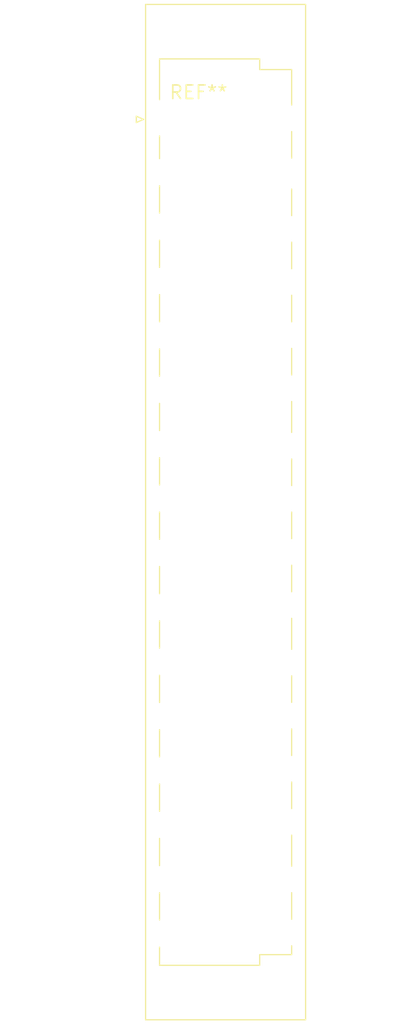
<source format=kicad_pcb>
(kicad_pcb (version 20240108) (generator pcbnew)
  (layers (0 "F.Cu" signal) (31 "B.Cu" signal) (34 "B.Paste" user) (35 "F.Paste" user) (36 "B.SilkS" user "B.Silkscreen") (37 "F.SilkS" user "F.Silkscreen") (38 "B.Mask" user) (39 "F.Mask" user) (44 "Edge.Cuts" user))
  (net 0 "")
  (footprint "DIN41612_F_3x16_Female_Vertical_THT" (layer "F.Cu") (at 0 0)
    (property "Reference" "REF**")
    (property "Value" "DIN41612_F_3x16_Female_Vertical_THT")
    (fp_line (start -5.84 2.24) (end -5.84 2.84) (layer "F.SilkS") (stroke (width 0.12)))
    (fp_line (start -5.84 2.84) (end -5.16 2.54) (layer "F.SilkS") (stroke (width 0.12)))
    (fp_line (start -5.16 2.54) (end -5.84 2.24) (layer "F.SilkS") (stroke (width 0.12)))
    (fp_line (start -4.97 -8.24) (end 10.05 -8.24) (layer "F.SilkS") (stroke (width 0.12)))
    (fp_line (start -4.97 86.98) (end -4.97 -8.24) (layer "F.SilkS") (stroke (width 0.12)))
    (fp_line (start -3.66 -3.131) (end 5.74 -3.131) (layer "F.SilkS") (stroke (width 0.12)))
    (fp_line (start -3.66 0.696) (end -3.66 -3.131) (layer "F.SilkS") (stroke (width 0.12)))
    (fp_line (start -3.66 6.221) (end -3.66 4.096) (layer "F.SilkS") (stroke (width 0.12)))
    (fp_line (start -3.66 11.321) (end -3.66 8.771) (layer "F.SilkS") (stroke (width 0.12)))
    (fp_line (start -3.66 16.421) (end -3.66 13.871) (layer "F.SilkS") (stroke (width 0.12)))
    (fp_line (start -3.66 21.521) (end -3.66 18.971) (layer "F.SilkS") (stroke (width 0.12)))
    (fp_line (start -3.66 26.621) (end -3.66 24.071) (layer "F.SilkS") (stroke (width 0.12)))
    (fp_line (start -3.66 31.721) (end -3.66 29.171) (layer "F.SilkS") (stroke (width 0.12)))
    (fp_line (start -3.66 36.821) (end -3.66 34.271) (layer "F.SilkS") (stroke (width 0.12)))
    (fp_line (start -3.66 41.921) (end -3.66 39.371) (layer "F.SilkS") (stroke (width 0.12)))
    (fp_line (start -3.66 47.021) (end -3.66 44.471) (layer "F.SilkS") (stroke (width 0.12)))
    (fp_line (start -3.66 52.121) (end -3.66 49.571) (layer "F.SilkS") (stroke (width 0.12)))
    (fp_line (start -3.66 57.221) (end -3.66 54.671) (layer "F.SilkS") (stroke (width 0.12)))
    (fp_line (start -3.66 62.321) (end -3.66 59.771) (layer "F.SilkS") (stroke (width 0.12)))
    (fp_line (start -3.66 67.421) (end -3.66 64.871) (layer "F.SilkS") (stroke (width 0.12)))
    (fp_line (start -3.66 72.521) (end -3.66 69.971) (layer "F.SilkS") (stroke (width 0.12)))
    (fp_line (start -3.66 77.621) (end -3.66 75.071) (layer "F.SilkS") (stroke (width 0.12)))
    (fp_line (start -3.66 81.87) (end -3.66 80.171) (layer "F.SilkS") (stroke (width 0.12)))
    (fp_line (start 5.74 -3.131) (end 5.74 -2.131) (layer "F.SilkS") (stroke (width 0.12)))
    (fp_line (start 5.74 -2.131) (end 8.74 -2.131) (layer "F.SilkS") (stroke (width 0.12)))
    (fp_line (start 5.74 80.87) (end 5.74 81.87) (layer "F.SilkS") (stroke (width 0.12)))
    (fp_line (start 5.74 81.87) (end -3.66 81.87) (layer "F.SilkS") (stroke (width 0.12)))
    (fp_line (start 8.74 -2.131) (end 8.74 1.19) (layer "F.SilkS") (stroke (width 0.12)))
    (fp_line (start 8.74 3.68) (end 8.74 6.17) (layer "F.SilkS") (stroke (width 0.12)))
    (fp_line (start 8.74 9.075) (end 8.74 11.565) (layer "F.SilkS") (stroke (width 0.12)))
    (fp_line (start 8.74 14.055) (end 8.74 16.545) (layer "F.SilkS") (stroke (width 0.12)))
    (fp_line (start 8.74 19.035) (end 8.74 21.525) (layer "F.SilkS") (stroke (width 0.12)))
    (fp_line (start 8.74 24.015) (end 8.74 26.505) (layer "F.SilkS") (stroke (width 0.12)))
    (fp_line (start 8.74 28.995) (end 8.74 31.9) (layer "F.SilkS") (stroke (width 0.12)))
    (fp_line (start 8.74 34.39) (end 8.74 36.88) (layer "F.SilkS") (stroke (width 0.12)))
    (fp_line (start 8.74 39.37) (end 8.74 41.86) (layer "F.SilkS") (stroke (width 0.12)))
    (fp_line (start 8.74 44.35) (end 8.74 46.84) (layer "F.SilkS") (stroke (width 0.12)))
    (fp_line (start 8.74 49.33) (end 8.74 52.235) (layer "F.SilkS") (stroke (width 0.12)))
    (fp_line (start 8.74 54.725) (end 8.74 57.215) (layer "F.SilkS") (stroke (width 0.12)))
    (fp_line (start 8.74 59.705) (end 8.74 62.195) (layer "F.SilkS") (stroke (width 0.12)))
    (fp_line (start 8.74 64.685) (end 8.74 67.175) (layer "F.SilkS") (stroke (width 0.12)))
    (fp_line (start 8.74 69.665) (end 8.74 72.57) (layer "F.SilkS") (stroke (width 0.12)))
    (fp_line (start 8.74 75.061) (end 8.74 77.551) (layer "F.SilkS") (stroke (width 0.12)))
    (fp_line (start 8.74 80.041) (end 8.74 80.87) (layer "F.SilkS") (stroke (width 0.12)))
    (fp_line (start 8.74 80.87) (end 5.74 80.87) (layer "F.SilkS") (stroke (width 0.12)))
    (fp_line (start 10.05 -8.24) (end 10.05 86.98) (layer "F.SilkS") (stroke (width 0.12)))
    (fp_line (start 10.05 86.98) (end -4.97 86.98) (layer "F.SilkS") (stroke (width 0.12)))
    (pad "" np_thru_hole circle (at 2.24 -5.63) (size 2.85 2.85) (drill 2.85) (layers *.Cu *.Mask))
    (pad "" np_thru_hole circle (at 2.24 84.37) (size 2.85 2.85) (drill 2.85) (layers *.Cu *.Mask))
    (pad "b2" thru_hole circle (at 2.54 2.54) (size 2.6 2.6) (drill 1.6) (layers *.Cu *.Mask) (remove_unused_layers))
    (pad "b4" thru_hole circle (at 2.54 7.62) (size 2.6 2.6) (drill 1.6) (layers *.Cu *.Mask) (remove_unused_layers))
    (pad "b6" thru_hole circle (at 2.54 12.7) (size 2.6 2.6) (drill 1.6) (layers *.Cu *.Mask) (remove_unused_layers))
    (pad "b8" thru_hole circle (at 2.54 17.78) (size 2.6 2.6) (drill 1.6) (layers *.Cu *.Mask) (remove_unused_layers))
    (pad "b10" thru_hole circle (at 2.54 22.86) (size 2.6 2.6) (drill 1.6) (layers *.Cu *.Mask) (remove_unused_layers))
    (pad "b12" thru_hole circle (at 2.54 27.94) (size 2.6 2.6) (drill 1.6) (layers *.Cu *.Mask) (remove_unused_layers))
    (pad "b14" thru_hole circle (at 2.54 33.02) (size 2.6 2.6) (drill 1.6) (layers *.Cu *.Mask) (remove_unused_layers))
    (pad "b16" thru_hole circle (at 2.54 38.1) (size 2.6 2.6) (drill 1.6) (layers *.Cu *.Mask) (remove_unused_layers))
    (pad "b18" thru_hole circle (at 2.54 43.18) (size 2.6 2.6) (drill 1.6) (layers *.Cu *.Mask) (remove_unused_layers))
    (pad "b20" thru_hole circle (at 2.54 48.26) (size 2.6 2.6) (drill 1.6) (layers *.Cu *.Mask) (remove_unused_layers))
    (pad "b22" thru_hole circle (at 2.54 53.34) (size 2.6 2.6) (drill 1.6) (layers *.Cu *.Mask) (remove_unused_layers))
    (pad "b24" thru_hole circle (at 2.54 58.42) (size 2.6 2.6) (drill 1.6) (layers *.Cu *.Mask) (remove_unused_layers))
    (pad "b26" thru_hole circle (at 2.54 63.5) (size 2.6 2.6) (drill 1.6) (layers *.Cu *.Mask) (remove_unused_layers))
    (pad "b28" thru_hole circle (at 2.54 68.58) (size 2.6 2.6) (drill 1.6) (layers *.Cu *.Mask) (remove_unused_layers))
    (pad "b30" thru_hole circle (at 2.54 73.66) (size 2.6 2.6) (drill 1.6) (layers *.Cu *.Mask) (remove_unused_layers))
    (pad "b32" thru_hole circle (at 2.54 78.74) (size 2.6 2.6) (drill 1.6) (layers *.Cu *.Mask) (remove_unused_layers))
    (pad "d2" thru_hole circle (at 7.62 2.54) (size 2.6 2.6) (drill 1.6) (layers *.Cu *.Mask) (remove_unused_layers))
    (pad "d4" thru_hole circle (at 7.62 7.62) (size 2.6 2.6) (drill 1.6) (layers *.Cu *.Mask) (remove_unused_layers))
    (pad "d6" thru_hole circle (at 7.62 12.7) (size 2.6 2.6) (drill 1.6) (layers *.Cu *.Mask) (remove_unused_layers))
    (pad "d8" thru_hole circle (at 7.62 17.78) (size 2.6 2.6) (drill 1.6) (layers *.Cu *.Mask) (remove_unused_layers))
    (pad "d10" thru_hole circle (at 7.62 22.86) (size 2.6 2.6) (drill 1.6) (layers *.Cu *.Mask) (remove_unused_layers))
    (pad "d12" thru_hole circle (at 7.62 27.94) (size 2.6 2.6) (drill 1.6) (layers *.Cu *.Mask) (remove_unused_layers))
    (pad "d14" thru_hole circle (at 7.62 33.02) (size 2.6 2.6) (drill 1.6) (layers *.Cu *.Mask) (remove_unused_layers))
    (pad "d16" thru_hole circle (at 7.62 38.1) (size 2.6 2.6) (drill 1.6) (layers *.Cu *.Mask) (remove_unused_layers))
    (pad "d18" thru_hole circle (at 7.62 43.18) (size 2.6 2.6) (drill 1.6) (layers *.Cu *.Mask) (remove_unused_layers))
    (pad "d20" thru_hole circle (at 7.62 48.26) (size 2.6 2.6) (drill 1.6) (layers *.Cu *.Mask) (remove_unused_layers))
    (pad "d22" thru_hole circle (at 7.62 53.34) (size 2.6 2.6) (drill 1.6) (layers *.Cu *.Mask) (remove_unused_layers))
    (pad "d24" thru_hole circle (at 7.62 58.42) (size 2.6 2.6) (drill 1.6) (layers *.Cu *.Mask) (remove_unused_layers))
    (pad "d26" thru_hole circle (at 7.62 63.5) (size 2.6 2.6) (drill 1.6) (layers *.Cu *.Mask) (remove_unused_layers))
    (pad "d28" thru_hole circle (at 7.62 68.58) (size 2.6 2.6) (drill 1.6) (layers *.Cu *.Mask) (remove_unused_layers))
    (pad "d30" thru_hole circle (at 7.62 73.66) (size 2.6 2.6) (drill 1.6) (layers *.Cu *.Mask) (remove_unused_layers))
    (pad "d32" thru_hole circle (at 7.62 78.74) (size 2.6 2.6) (drill 1.6) (layers *.Cu *.Mask) (remove_unused_layers))
    (pad "z2" thru_hole roundrect (at -2.54 2.54) (size 2.6 2.6) (drill 1.6) (layers *.Cu *.Mask) (remove_unused_layers) (roundrect_rratio 0.096154))
    (pad "z4" thru_hole circle (at -2.54 7.62) (size 2.6 2.6) (drill 1.6) (layers *.Cu *.Mask) (remove_unused_layers))
    (pad "z6" thru_hole circle (at -2.54 12.7) (size 2.6 2.6) (drill 1.6) (layers *.Cu *.Mask) (remove_unused_layers))
    (pad "z8" thru_hole circle (at -2.54 17.78) (size 2.6 2.6) (drill 1.6) (layers *.Cu *.Mask) (remove_unused_layers))
    (pad "z10" thru_hole circle (at -2.54 22.86) (size 2.6 2.6) (drill 1.6) (layers *.Cu *.Mask) (remove_unused_layers))
    (pad "z12" thru_hole circle (at -2.54 27.94) (size 2.6 2.6) (drill 1.6) (layers *.Cu *.Mask) (remove_unused_layers))
    (pad "z14" thru_hole circle (at -2.54 33.02) (size 2.6 2.6) (drill 1.6) (layers *.Cu *.Mask) (remove_unused_layers))
    (pad "z16" thru_hole circle (at -2.54 38.1) (size 2.6 2.6) (drill 1.6) (layers *.Cu *.Mask) (remove_unused_layers))
    (pad "z18" thru_hole circle (at -2.54 43.18) (size 2.6 2.6) (drill 1.6) (layers *.Cu *.Mask) (remove_unused_layers))
    (pad "z20" thru_hole circle (at -2.54 48.26) (size 2.6 2.6) (drill 1.6) (layers *.Cu *.Mask) (remove_unused_layers))
    (pad "z22" thru_hole circle (at -2.54 53.34) (size 2.6 2.6) (drill 1.6) (layers *.Cu *.Mask) (remove_unused_layers))
    (pad "z24" thru_hole circle (at -2.54 58.42) (size 2.6 2.6) (drill 1.6) (layers *.Cu *.Mask) (remove_unused_layers))
    (pad "z26" thru_hole circle (at -2.54 63.5) (size 2.6 2.6) (drill 1.6) (layers *.Cu *.Mask) (remove_unused_layers))
    (pad "z28" thru_hole circle (at -2.54 68.58) (size 2.6 2.6) (drill 1.6) (layers *.Cu *.Mask) (remove_unused_layers))
    (pad "z30" thru_hole circle (at -2.54 73.66) (size 2.6 2.6) (drill 1.6) (layers *.Cu *.Mask) (remove_unused_layers))
    (pad "z32" thru_hole circle (at -2.54 78.74) (size 2.6 2.6) (drill 1.6) (layers *.Cu *.Mask) (remove_unused_layers))
  )
)
</source>
